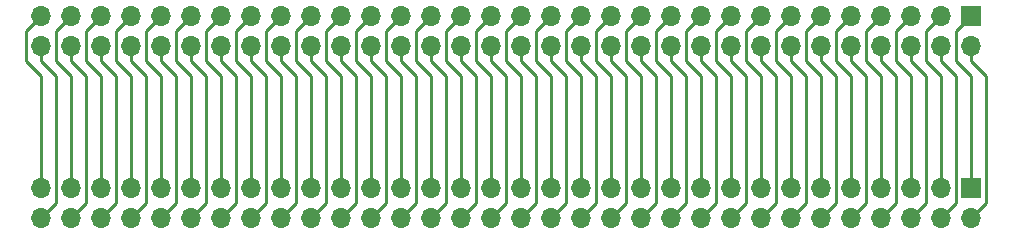
<source format=gbr>
%TF.GenerationSoftware,KiCad,Pcbnew,7.0.1*%
%TF.CreationDate,2023-09-10T19:43:46+01:00*%
%TF.ProjectId,Bridge,42726964-6765-42e6-9b69-6361645f7063,rev?*%
%TF.SameCoordinates,Original*%
%TF.FileFunction,Copper,L2,Bot*%
%TF.FilePolarity,Positive*%
%FSLAX46Y46*%
G04 Gerber Fmt 4.6, Leading zero omitted, Abs format (unit mm)*
G04 Created by KiCad (PCBNEW 7.0.1) date 2023-09-10 19:43:46*
%MOMM*%
%LPD*%
G01*
G04 APERTURE LIST*
%TA.AperFunction,ComponentPad*%
%ADD10R,1.700000X1.700000*%
%TD*%
%TA.AperFunction,ComponentPad*%
%ADD11O,1.700000X1.700000*%
%TD*%
%TA.AperFunction,Conductor*%
%ADD12C,0.250000*%
%TD*%
G04 APERTURE END LIST*
D10*
%TO.P,J2,1,Pin_1*%
%TO.N,/1*%
X143510000Y-57785000D03*
D11*
%TO.P,J2,2,Pin_2*%
%TO.N,/2*%
X143510000Y-60325000D03*
%TO.P,J2,3,Pin_3*%
%TO.N,/3*%
X140970000Y-57785000D03*
%TO.P,J2,4,Pin_4*%
%TO.N,/4*%
X140970000Y-60325000D03*
%TO.P,J2,5,Pin_5*%
%TO.N,/5*%
X138430000Y-57785000D03*
%TO.P,J2,6,Pin_6*%
%TO.N,/6*%
X138430000Y-60325000D03*
%TO.P,J2,7,Pin_7*%
%TO.N,/7*%
X135890000Y-57785000D03*
%TO.P,J2,8,Pin_8*%
%TO.N,/8*%
X135890000Y-60325000D03*
%TO.P,J2,9,Pin_9*%
%TO.N,/9*%
X133350000Y-57785000D03*
%TO.P,J2,10,Pin_10*%
%TO.N,/10*%
X133350000Y-60325000D03*
%TO.P,J2,11,Pin_11*%
%TO.N,/11*%
X130810000Y-57785000D03*
%TO.P,J2,12,Pin_12*%
%TO.N,/12*%
X130810000Y-60325000D03*
%TO.P,J2,13,Pin_13*%
%TO.N,/13*%
X128270000Y-57785000D03*
%TO.P,J2,14,Pin_14*%
%TO.N,/14*%
X128270000Y-60325000D03*
%TO.P,J2,15,Pin_15*%
%TO.N,/15*%
X125730000Y-57785000D03*
%TO.P,J2,16,Pin_16*%
%TO.N,/16*%
X125730000Y-60325000D03*
%TO.P,J2,17,Pin_17*%
%TO.N,/17*%
X123190000Y-57785000D03*
%TO.P,J2,18,Pin_18*%
%TO.N,/18*%
X123190000Y-60325000D03*
%TO.P,J2,19,Pin_19*%
%TO.N,/19*%
X120650000Y-57785000D03*
%TO.P,J2,20,Pin_20*%
%TO.N,/20*%
X120650000Y-60325000D03*
%TO.P,J2,21,Pin_21*%
%TO.N,/21*%
X118110000Y-57785000D03*
%TO.P,J2,22,Pin_22*%
%TO.N,/22*%
X118110000Y-60325000D03*
%TO.P,J2,23,Pin_23*%
%TO.N,/23*%
X115570000Y-57785000D03*
%TO.P,J2,24,Pin_24*%
%TO.N,/24*%
X115570000Y-60325000D03*
%TO.P,J2,25,Pin_25*%
%TO.N,/25*%
X113030000Y-57785000D03*
%TO.P,J2,26,Pin_26*%
%TO.N,/26*%
X113030000Y-60325000D03*
%TO.P,J2,27,Pin_27*%
%TO.N,/27*%
X110490000Y-57785000D03*
%TO.P,J2,28,Pin_28*%
%TO.N,/28*%
X110490000Y-60325000D03*
%TO.P,J2,29,Pin_29*%
%TO.N,/29*%
X107950000Y-57785000D03*
%TO.P,J2,30,Pin_30*%
%TO.N,/30*%
X107950000Y-60325000D03*
%TO.P,J2,31,Pin_31*%
%TO.N,/31*%
X105410000Y-57785000D03*
%TO.P,J2,32,Pin_32*%
%TO.N,/32*%
X105410000Y-60325000D03*
%TO.P,J2,33,Pin_33*%
%TO.N,/33*%
X102870000Y-57785000D03*
%TO.P,J2,34,Pin_34*%
%TO.N,/34*%
X102870000Y-60325000D03*
%TO.P,J2,35,Pin_35*%
%TO.N,/35*%
X100330000Y-57785000D03*
%TO.P,J2,36,Pin_36*%
%TO.N,/36*%
X100330000Y-60325000D03*
%TO.P,J2,37,Pin_37*%
%TO.N,/37*%
X97790000Y-57785000D03*
%TO.P,J2,38,Pin_38*%
%TO.N,/38*%
X97790000Y-60325000D03*
%TO.P,J2,39,Pin_39*%
%TO.N,/39*%
X95250000Y-57785000D03*
%TO.P,J2,40,Pin_40*%
%TO.N,/40*%
X95250000Y-60325000D03*
%TO.P,J2,41,Pin_41*%
%TO.N,/41*%
X92710000Y-57785000D03*
%TO.P,J2,42,Pin_42*%
%TO.N,/42*%
X92710000Y-60325000D03*
%TO.P,J2,43,Pin_43*%
%TO.N,/43*%
X90170000Y-57785000D03*
%TO.P,J2,44,Pin_44*%
%TO.N,/44*%
X90170000Y-60325000D03*
%TO.P,J2,45,Pin_45*%
%TO.N,/45*%
X87630000Y-57785000D03*
%TO.P,J2,46,Pin_46*%
%TO.N,/46*%
X87630000Y-60325000D03*
%TO.P,J2,47,Pin_47*%
%TO.N,/47*%
X85090000Y-57785000D03*
%TO.P,J2,48,Pin_48*%
%TO.N,/48*%
X85090000Y-60325000D03*
%TO.P,J2,49,Pin_49*%
%TO.N,/49*%
X82550000Y-57785000D03*
%TO.P,J2,50,Pin_50*%
%TO.N,/50*%
X82550000Y-60325000D03*
%TO.P,J2,51,Pin_51*%
%TO.N,/51*%
X80010000Y-57785000D03*
%TO.P,J2,52,Pin_52*%
%TO.N,/52*%
X80010000Y-60325000D03*
%TO.P,J2,53,Pin_53*%
%TO.N,/53*%
X77470000Y-57785000D03*
%TO.P,J2,54,Pin_54*%
%TO.N,/54*%
X77470000Y-60325000D03*
%TO.P,J2,55,Pin_55*%
%TO.N,/55*%
X74930000Y-57785000D03*
%TO.P,J2,56,Pin_56*%
%TO.N,/56*%
X74930000Y-60325000D03*
%TO.P,J2,57,Pin_57*%
%TO.N,/57*%
X72390000Y-57785000D03*
%TO.P,J2,58,Pin_58*%
%TO.N,/58*%
X72390000Y-60325000D03*
%TO.P,J2,59,Pin_59*%
%TO.N,/59*%
X69850000Y-57785000D03*
%TO.P,J2,60,Pin_60*%
%TO.N,/60*%
X69850000Y-60325000D03*
%TO.P,J2,61,Pin_61*%
%TO.N,/61*%
X67310000Y-57785000D03*
%TO.P,J2,62,Pin_62*%
%TO.N,/62*%
X67310000Y-60325000D03*
%TO.P,J2,63,Pin_63*%
%TO.N,/63*%
X64770000Y-57785000D03*
%TO.P,J2,64,Pin_64*%
%TO.N,/64*%
X64770000Y-60325000D03*
%TD*%
D10*
%TO.P,J1,1,Pin_1*%
%TO.N,/1*%
X143510000Y-43180000D03*
D11*
%TO.P,J1,2,Pin_2*%
%TO.N,/2*%
X143510000Y-45720000D03*
%TO.P,J1,3,Pin_3*%
%TO.N,/3*%
X140970000Y-43180000D03*
%TO.P,J1,4,Pin_4*%
%TO.N,/4*%
X140970000Y-45720000D03*
%TO.P,J1,5,Pin_5*%
%TO.N,/5*%
X138430000Y-43180000D03*
%TO.P,J1,6,Pin_6*%
%TO.N,/6*%
X138430000Y-45720000D03*
%TO.P,J1,7,Pin_7*%
%TO.N,/7*%
X135890000Y-43180000D03*
%TO.P,J1,8,Pin_8*%
%TO.N,/8*%
X135890000Y-45720000D03*
%TO.P,J1,9,Pin_9*%
%TO.N,/9*%
X133350000Y-43180000D03*
%TO.P,J1,10,Pin_10*%
%TO.N,/10*%
X133350000Y-45720000D03*
%TO.P,J1,11,Pin_11*%
%TO.N,/11*%
X130810000Y-43180000D03*
%TO.P,J1,12,Pin_12*%
%TO.N,/12*%
X130810000Y-45720000D03*
%TO.P,J1,13,Pin_13*%
%TO.N,/13*%
X128270000Y-43180000D03*
%TO.P,J1,14,Pin_14*%
%TO.N,/14*%
X128270000Y-45720000D03*
%TO.P,J1,15,Pin_15*%
%TO.N,/15*%
X125730000Y-43180000D03*
%TO.P,J1,16,Pin_16*%
%TO.N,/16*%
X125730000Y-45720000D03*
%TO.P,J1,17,Pin_17*%
%TO.N,/17*%
X123190000Y-43180000D03*
%TO.P,J1,18,Pin_18*%
%TO.N,/18*%
X123190000Y-45720000D03*
%TO.P,J1,19,Pin_19*%
%TO.N,/19*%
X120650000Y-43180000D03*
%TO.P,J1,20,Pin_20*%
%TO.N,/20*%
X120650000Y-45720000D03*
%TO.P,J1,21,Pin_21*%
%TO.N,/21*%
X118110000Y-43180000D03*
%TO.P,J1,22,Pin_22*%
%TO.N,/22*%
X118110000Y-45720000D03*
%TO.P,J1,23,Pin_23*%
%TO.N,/23*%
X115570000Y-43180000D03*
%TO.P,J1,24,Pin_24*%
%TO.N,/24*%
X115570000Y-45720000D03*
%TO.P,J1,25,Pin_25*%
%TO.N,/25*%
X113030000Y-43180000D03*
%TO.P,J1,26,Pin_26*%
%TO.N,/26*%
X113030000Y-45720000D03*
%TO.P,J1,27,Pin_27*%
%TO.N,/27*%
X110490000Y-43180000D03*
%TO.P,J1,28,Pin_28*%
%TO.N,/28*%
X110490000Y-45720000D03*
%TO.P,J1,29,Pin_29*%
%TO.N,/29*%
X107950000Y-43180000D03*
%TO.P,J1,30,Pin_30*%
%TO.N,/30*%
X107950000Y-45720000D03*
%TO.P,J1,31,Pin_31*%
%TO.N,/31*%
X105410000Y-43180000D03*
%TO.P,J1,32,Pin_32*%
%TO.N,/32*%
X105410000Y-45720000D03*
%TO.P,J1,33,Pin_33*%
%TO.N,/33*%
X102870000Y-43180000D03*
%TO.P,J1,34,Pin_34*%
%TO.N,/34*%
X102870000Y-45720000D03*
%TO.P,J1,35,Pin_35*%
%TO.N,/35*%
X100330000Y-43180000D03*
%TO.P,J1,36,Pin_36*%
%TO.N,/36*%
X100330000Y-45720000D03*
%TO.P,J1,37,Pin_37*%
%TO.N,/37*%
X97790000Y-43180000D03*
%TO.P,J1,38,Pin_38*%
%TO.N,/38*%
X97790000Y-45720000D03*
%TO.P,J1,39,Pin_39*%
%TO.N,/39*%
X95250000Y-43180000D03*
%TO.P,J1,40,Pin_40*%
%TO.N,/40*%
X95250000Y-45720000D03*
%TO.P,J1,41,Pin_41*%
%TO.N,/41*%
X92710000Y-43180000D03*
%TO.P,J1,42,Pin_42*%
%TO.N,/42*%
X92710000Y-45720000D03*
%TO.P,J1,43,Pin_43*%
%TO.N,/43*%
X90170000Y-43180000D03*
%TO.P,J1,44,Pin_44*%
%TO.N,/44*%
X90170000Y-45720000D03*
%TO.P,J1,45,Pin_45*%
%TO.N,/45*%
X87630000Y-43180000D03*
%TO.P,J1,46,Pin_46*%
%TO.N,/46*%
X87630000Y-45720000D03*
%TO.P,J1,47,Pin_47*%
%TO.N,/47*%
X85090000Y-43180000D03*
%TO.P,J1,48,Pin_48*%
%TO.N,/48*%
X85090000Y-45720000D03*
%TO.P,J1,49,Pin_49*%
%TO.N,/49*%
X82550000Y-43180000D03*
%TO.P,J1,50,Pin_50*%
%TO.N,/50*%
X82550000Y-45720000D03*
%TO.P,J1,51,Pin_51*%
%TO.N,/51*%
X80010000Y-43180000D03*
%TO.P,J1,52,Pin_52*%
%TO.N,/52*%
X80010000Y-45720000D03*
%TO.P,J1,53,Pin_53*%
%TO.N,/53*%
X77470000Y-43180000D03*
%TO.P,J1,54,Pin_54*%
%TO.N,/54*%
X77470000Y-45720000D03*
%TO.P,J1,55,Pin_55*%
%TO.N,/55*%
X74930000Y-43180000D03*
%TO.P,J1,56,Pin_56*%
%TO.N,/56*%
X74930000Y-45720000D03*
%TO.P,J1,57,Pin_57*%
%TO.N,/57*%
X72390000Y-43180000D03*
%TO.P,J1,58,Pin_58*%
%TO.N,/58*%
X72390000Y-45720000D03*
%TO.P,J1,59,Pin_59*%
%TO.N,/59*%
X69850000Y-43180000D03*
%TO.P,J1,60,Pin_60*%
%TO.N,/60*%
X69850000Y-45720000D03*
%TO.P,J1,61,Pin_61*%
%TO.N,/61*%
X67310000Y-43180000D03*
%TO.P,J1,62,Pin_62*%
%TO.N,/62*%
X67310000Y-45720000D03*
%TO.P,J1,63,Pin_63*%
%TO.N,/63*%
X64770000Y-43180000D03*
%TO.P,J1,64,Pin_64*%
%TO.N,/64*%
X64770000Y-45720000D03*
%TD*%
D12*
%TO.N,/2*%
X144780000Y-48260000D02*
X144780000Y-59055000D01*
X144780000Y-59055000D02*
X143510000Y-60325000D01*
%TO.N,/4*%
X142240000Y-59055000D02*
X140970000Y-60325000D01*
X142240000Y-48260000D02*
X142240000Y-59055000D01*
%TO.N,/6*%
X139700000Y-48260000D02*
X139700000Y-59055000D01*
X139700000Y-59055000D02*
X138430000Y-60325000D01*
%TO.N,/8*%
X137160000Y-59055000D02*
X135890000Y-60325000D01*
X137160000Y-48260000D02*
X137160000Y-59055000D01*
%TO.N,/10*%
X134620000Y-48260000D02*
X134620000Y-59055000D01*
X134620000Y-59055000D02*
X133350000Y-60325000D01*
%TO.N,/12*%
X132080000Y-59055000D02*
X130810000Y-60325000D01*
X132080000Y-48260000D02*
X132080000Y-59055000D01*
%TO.N,/14*%
X129540000Y-48260000D02*
X129540000Y-59055000D01*
X129540000Y-59055000D02*
X128270000Y-60325000D01*
%TO.N,/16*%
X127000000Y-59055000D02*
X125730000Y-60325000D01*
X127000000Y-48260000D02*
X127000000Y-59055000D01*
%TO.N,/18*%
X124460000Y-48260000D02*
X124460000Y-59055000D01*
X124460000Y-59055000D02*
X123190000Y-60325000D01*
%TO.N,/20*%
X121920000Y-59055000D02*
X120650000Y-60325000D01*
X121920000Y-48260000D02*
X121920000Y-59055000D01*
%TO.N,/22*%
X119380000Y-48260000D02*
X119380000Y-59055000D01*
X119380000Y-59055000D02*
X118110000Y-60325000D01*
%TO.N,/24*%
X116840000Y-59055000D02*
X115570000Y-60325000D01*
X116840000Y-48260000D02*
X116840000Y-59055000D01*
%TO.N,/26*%
X114300000Y-48260000D02*
X114300000Y-59055000D01*
X114300000Y-59055000D02*
X113030000Y-60325000D01*
%TO.N,/28*%
X111760000Y-59055000D02*
X110490000Y-60325000D01*
X111760000Y-48260000D02*
X111760000Y-59055000D01*
%TO.N,/30*%
X109220000Y-48260000D02*
X109220000Y-59055000D01*
X109220000Y-59055000D02*
X107950000Y-60325000D01*
%TO.N,/32*%
X106680000Y-59055000D02*
X105410000Y-60325000D01*
X106680000Y-48260000D02*
X106680000Y-59055000D01*
%TO.N,/34*%
X104140000Y-48260000D02*
X104140000Y-59055000D01*
X104140000Y-59055000D02*
X102870000Y-60325000D01*
%TO.N,/36*%
X101600000Y-59055000D02*
X100330000Y-60325000D01*
X101600000Y-48260000D02*
X101600000Y-59055000D01*
%TO.N,/38*%
X99060000Y-48260000D02*
X99060000Y-59055000D01*
X99060000Y-59055000D02*
X97790000Y-60325000D01*
%TO.N,/40*%
X96520000Y-59055000D02*
X95250000Y-60325000D01*
X96520000Y-48260000D02*
X96520000Y-59055000D01*
%TO.N,/42*%
X93980000Y-48260000D02*
X93980000Y-59055000D01*
X93980000Y-59055000D02*
X92710000Y-60325000D01*
%TO.N,/44*%
X91440000Y-59055000D02*
X90170000Y-60325000D01*
X91440000Y-48260000D02*
X91440000Y-59055000D01*
%TO.N,/46*%
X88900000Y-48260000D02*
X88900000Y-59055000D01*
X88900000Y-59055000D02*
X87630000Y-60325000D01*
%TO.N,/48*%
X86360000Y-59055000D02*
X85090000Y-60325000D01*
X86360000Y-48260000D02*
X86360000Y-59055000D01*
%TO.N,/50*%
X83820000Y-48260000D02*
X83820000Y-59055000D01*
X83820000Y-59055000D02*
X82550000Y-60325000D01*
%TO.N,/52*%
X81280000Y-59055000D02*
X80010000Y-60325000D01*
X81280000Y-48260000D02*
X81280000Y-59055000D01*
%TO.N,/54*%
X78740000Y-48260000D02*
X78740000Y-59055000D01*
X78740000Y-59055000D02*
X77470000Y-60325000D01*
%TO.N,/56*%
X76200000Y-59055000D02*
X74930000Y-60325000D01*
X76200000Y-48260000D02*
X76200000Y-59055000D01*
%TO.N,/58*%
X73660000Y-48260000D02*
X73660000Y-59055000D01*
X73660000Y-59055000D02*
X72390000Y-60325000D01*
%TO.N,/60*%
X71120000Y-59055000D02*
X69850000Y-60325000D01*
X71120000Y-48260000D02*
X71120000Y-59055000D01*
%TO.N,/62*%
X68580000Y-59055000D02*
X67310000Y-60325000D01*
X68580000Y-48260000D02*
X68580000Y-59055000D01*
%TO.N,/64*%
X66040000Y-59055000D02*
X64770000Y-60325000D01*
X66040000Y-48260000D02*
X66040000Y-59055000D01*
%TO.N,/5*%
X138430000Y-48260000D02*
X138430000Y-57785000D01*
%TO.N,/7*%
X135890000Y-48260000D02*
X135890000Y-57785000D01*
%TO.N,/3*%
X140970000Y-48260000D02*
X140970000Y-57785000D01*
%TO.N,/1*%
X143510000Y-48260000D02*
X143510000Y-57785000D01*
%TO.N,/13*%
X128270000Y-48260000D02*
X128270000Y-57785000D01*
%TO.N,/15*%
X125730000Y-48260000D02*
X125730000Y-57785000D01*
%TO.N,/11*%
X130810000Y-48260000D02*
X130810000Y-57785000D01*
%TO.N,/9*%
X133350000Y-48260000D02*
X133350000Y-57785000D01*
%TO.N,/21*%
X118110000Y-48260000D02*
X118110000Y-57785000D01*
%TO.N,/23*%
X115570000Y-48260000D02*
X115570000Y-57785000D01*
%TO.N,/19*%
X120650000Y-48260000D02*
X120650000Y-57785000D01*
%TO.N,/17*%
X123190000Y-48260000D02*
X123190000Y-57785000D01*
%TO.N,/29*%
X107950000Y-48260000D02*
X107950000Y-57785000D01*
%TO.N,/31*%
X105410000Y-48260000D02*
X105410000Y-57785000D01*
%TO.N,/27*%
X110490000Y-48260000D02*
X110490000Y-57785000D01*
%TO.N,/25*%
X113030000Y-48260000D02*
X113030000Y-57785000D01*
%TO.N,/37*%
X97790000Y-48260000D02*
X97790000Y-57785000D01*
%TO.N,/39*%
X95250000Y-48260000D02*
X95250000Y-57785000D01*
%TO.N,/35*%
X100330000Y-48260000D02*
X100330000Y-57785000D01*
%TO.N,/33*%
X102870000Y-48260000D02*
X102870000Y-57785000D01*
%TO.N,/45*%
X87630000Y-48260000D02*
X87630000Y-57785000D01*
%TO.N,/47*%
X85090000Y-48260000D02*
X85090000Y-57785000D01*
%TO.N,/43*%
X90170000Y-48260000D02*
X90170000Y-57785000D01*
%TO.N,/41*%
X92710000Y-48260000D02*
X92710000Y-57785000D01*
%TO.N,/53*%
X77470000Y-48260000D02*
X77470000Y-57785000D01*
%TO.N,/55*%
X74930000Y-48260000D02*
X74930000Y-57785000D01*
%TO.N,/51*%
X80010000Y-48260000D02*
X80010000Y-57785000D01*
%TO.N,/49*%
X82550000Y-48260000D02*
X82550000Y-57785000D01*
%TO.N,/57*%
X72390000Y-48260000D02*
X72390000Y-57785000D01*
%TO.N,/59*%
X69850000Y-48260000D02*
X69850000Y-57785000D01*
%TO.N,/61*%
X67310000Y-48260000D02*
X67310000Y-57785000D01*
%TO.N,/63*%
X64770000Y-48260000D02*
X64770000Y-57785000D01*
%TO.N,/1*%
X142240000Y-44450000D02*
X143510000Y-43180000D01*
X143510000Y-48260000D02*
X142240000Y-46990000D01*
X142240000Y-46990000D02*
X142240000Y-44450000D01*
%TO.N,/2*%
X143510000Y-46990000D02*
X143510000Y-45720000D01*
X144780000Y-48260000D02*
X143510000Y-46990000D01*
%TO.N,/3*%
X139700000Y-46990000D02*
X139700000Y-44450000D01*
X140970000Y-48260000D02*
X139700000Y-46990000D01*
X139700000Y-44450000D02*
X140970000Y-43180000D01*
%TO.N,/4*%
X142240000Y-48260000D02*
X140970000Y-46990000D01*
X140970000Y-46990000D02*
X140970000Y-45720000D01*
%TO.N,/5*%
X137160000Y-44450000D02*
X138430000Y-43180000D01*
X138430000Y-48260000D02*
X137160000Y-46990000D01*
X137160000Y-46990000D02*
X137160000Y-44450000D01*
%TO.N,/6*%
X138430000Y-46990000D02*
X139700000Y-48260000D01*
X138430000Y-45720000D02*
X138430000Y-46990000D01*
%TO.N,/7*%
X134620000Y-46990000D02*
X134620000Y-44450000D01*
X135890000Y-48260000D02*
X134620000Y-46990000D01*
X134620000Y-44450000D02*
X135890000Y-43180000D01*
%TO.N,/8*%
X135890000Y-46990000D02*
X135890000Y-45720000D01*
X137160000Y-48260000D02*
X135890000Y-46990000D01*
%TO.N,/9*%
X133350000Y-48260000D02*
X132080000Y-46990000D01*
X132080000Y-46990000D02*
X132080000Y-44450000D01*
X132080000Y-44450000D02*
X133350000Y-43180000D01*
%TO.N,/10*%
X133350000Y-45720000D02*
X133350000Y-46990000D01*
X133350000Y-46990000D02*
X134620000Y-48260000D01*
%TO.N,/11*%
X129540000Y-46990000D02*
X129540000Y-44450000D01*
X130810000Y-48260000D02*
X129540000Y-46990000D01*
X129540000Y-44450000D02*
X130810000Y-43180000D01*
%TO.N,/12*%
X132080000Y-48260000D02*
X130810000Y-46990000D01*
X130810000Y-46990000D02*
X130810000Y-45720000D01*
%TO.N,/13*%
X127000000Y-44450000D02*
X128270000Y-43180000D01*
X127000000Y-46990000D02*
X127000000Y-44450000D01*
X128270000Y-48260000D02*
X127000000Y-46990000D01*
%TO.N,/14*%
X128270000Y-45720000D02*
X128270000Y-46990000D01*
X128270000Y-46990000D02*
X129540000Y-48260000D01*
%TO.N,/15*%
X124460000Y-46990000D02*
X124460000Y-44450000D01*
X124460000Y-44450000D02*
X125730000Y-43180000D01*
X125730000Y-48260000D02*
X124460000Y-46990000D01*
%TO.N,/16*%
X125730000Y-46990000D02*
X125730000Y-45720000D01*
X127000000Y-48260000D02*
X125730000Y-46990000D01*
%TO.N,/17*%
X121920000Y-46990000D02*
X121920000Y-44450000D01*
X121920000Y-44450000D02*
X123190000Y-43180000D01*
X123190000Y-48260000D02*
X121920000Y-46990000D01*
%TO.N,/18*%
X123190000Y-46990000D02*
X124460000Y-48260000D01*
X123190000Y-45720000D02*
X123190000Y-46990000D01*
%TO.N,/19*%
X120650000Y-43180000D02*
X119380000Y-44450000D01*
X119380000Y-44450000D02*
X119380000Y-46990000D01*
X119380000Y-46990000D02*
X120650000Y-48260000D01*
%TO.N,/20*%
X120650000Y-46990000D02*
X120650000Y-45720000D01*
X121920000Y-48260000D02*
X120650000Y-46990000D01*
%TO.N,/21*%
X116840000Y-44450000D02*
X118110000Y-43180000D01*
X118110000Y-48260000D02*
X116840000Y-46990000D01*
X116840000Y-46990000D02*
X116840000Y-44450000D01*
%TO.N,/22*%
X118110000Y-46990000D02*
X119380000Y-48260000D01*
X118110000Y-45720000D02*
X118110000Y-46990000D01*
%TO.N,/23*%
X115570000Y-48260000D02*
X114300000Y-46990000D01*
X114300000Y-44450000D02*
X115570000Y-43180000D01*
X114300000Y-46990000D02*
X114300000Y-44450000D01*
%TO.N,/24*%
X115570000Y-46990000D02*
X115570000Y-45720000D01*
X116840000Y-48260000D02*
X115570000Y-46990000D01*
%TO.N,/25*%
X113030000Y-43180000D02*
X111760000Y-44450000D01*
X111760000Y-46990000D02*
X113030000Y-48260000D01*
X111760000Y-44450000D02*
X111760000Y-46990000D01*
%TO.N,/26*%
X113030000Y-45720000D02*
X113030000Y-46990000D01*
X113030000Y-46990000D02*
X114300000Y-48260000D01*
%TO.N,/27*%
X110490000Y-48260000D02*
X109220000Y-46990000D01*
X109220000Y-44450000D02*
X110490000Y-43180000D01*
X109220000Y-46990000D02*
X109220000Y-44450000D01*
%TO.N,/28*%
X111760000Y-48260000D02*
X110490000Y-46990000D01*
X110490000Y-46990000D02*
X110490000Y-45720000D01*
%TO.N,/29*%
X106680000Y-44450000D02*
X107950000Y-43180000D01*
X106680000Y-46990000D02*
X106680000Y-44450000D01*
X107950000Y-48260000D02*
X106680000Y-46990000D01*
%TO.N,/30*%
X107950000Y-45720000D02*
X107950000Y-46990000D01*
X107950000Y-46990000D02*
X109220000Y-48260000D01*
%TO.N,/31*%
X104140000Y-44450000D02*
X104140000Y-46990000D01*
X104140000Y-46990000D02*
X105410000Y-48260000D01*
X105410000Y-43180000D02*
X104140000Y-44450000D01*
%TO.N,/32*%
X106680000Y-48260000D02*
X105410000Y-46990000D01*
X105410000Y-46990000D02*
X105410000Y-45720000D01*
%TO.N,/33*%
X102870000Y-48260000D02*
X101600000Y-46990000D01*
X101600000Y-44450000D02*
X102870000Y-43180000D01*
X101600000Y-46990000D02*
X101600000Y-44450000D01*
%TO.N,/34*%
X102870000Y-46990000D02*
X104140000Y-48260000D01*
X102870000Y-45720000D02*
X102870000Y-46990000D01*
%TO.N,/36*%
X100330000Y-46990000D02*
X101600000Y-48260000D01*
X100330000Y-45720000D02*
X100330000Y-46990000D01*
%TO.N,/37*%
X96520000Y-44450000D02*
X97790000Y-43180000D01*
X96520000Y-46990000D02*
X96520000Y-44450000D01*
X97790000Y-48260000D02*
X96520000Y-46990000D01*
%TO.N,/38*%
X97790000Y-46990000D02*
X97790000Y-45720000D01*
X99060000Y-48260000D02*
X97790000Y-46990000D01*
%TO.N,/39*%
X93980000Y-46990000D02*
X95250000Y-48260000D01*
X93980000Y-44450000D02*
X93980000Y-46990000D01*
X95250000Y-43180000D02*
X93980000Y-44450000D01*
%TO.N,/40*%
X95250000Y-45720000D02*
X95250000Y-46990000D01*
X95250000Y-46990000D02*
X96520000Y-48260000D01*
%TO.N,/41*%
X92710000Y-48260000D02*
X91440000Y-46990000D01*
X91440000Y-44450000D02*
X92710000Y-43180000D01*
X91440000Y-46990000D02*
X91440000Y-44450000D01*
%TO.N,/42*%
X92710000Y-45720000D02*
X92710000Y-46990000D01*
X92710000Y-46990000D02*
X93980000Y-48260000D01*
%TO.N,/43*%
X90170000Y-43180000D02*
X88900000Y-44450000D01*
X88900000Y-46990000D02*
X90170000Y-48260000D01*
X88900000Y-44450000D02*
X88900000Y-46990000D01*
%TO.N,/44*%
X91440000Y-48260000D02*
X90170000Y-46990000D01*
X90170000Y-46990000D02*
X90170000Y-45720000D01*
%TO.N,/45*%
X86360000Y-44450000D02*
X86360000Y-46990000D01*
X86360000Y-46990000D02*
X87630000Y-48260000D01*
X87630000Y-43180000D02*
X86360000Y-44450000D01*
%TO.N,/46*%
X87630000Y-46990000D02*
X87630000Y-45720000D01*
X88900000Y-48260000D02*
X87630000Y-46990000D01*
%TO.N,/47*%
X85090000Y-43180000D02*
X83820000Y-44450000D01*
X83820000Y-44450000D02*
X83820000Y-46990000D01*
X83820000Y-46990000D02*
X85090000Y-48260000D01*
%TO.N,/48*%
X85090000Y-46990000D02*
X85090000Y-45720000D01*
X86360000Y-48260000D02*
X85090000Y-46990000D01*
%TO.N,/49*%
X81280000Y-44450000D02*
X82550000Y-43180000D01*
X82550000Y-48260000D02*
X81280000Y-46990000D01*
X81280000Y-46990000D02*
X81280000Y-44450000D01*
%TO.N,/50*%
X82550000Y-46990000D02*
X82550000Y-45720000D01*
X83820000Y-48260000D02*
X82550000Y-46990000D01*
%TO.N,/51*%
X78740000Y-44450000D02*
X80010000Y-43180000D01*
X78740000Y-46990000D02*
X78740000Y-44450000D01*
X80010000Y-48260000D02*
X78740000Y-46990000D01*
%TO.N,/52*%
X80010000Y-46990000D02*
X80010000Y-45720000D01*
X81280000Y-48260000D02*
X80010000Y-46990000D01*
%TO.N,/53*%
X77470000Y-48260000D02*
X76200000Y-46990000D01*
X76200000Y-46990000D02*
X76200000Y-44450000D01*
X76200000Y-44450000D02*
X77470000Y-43180000D01*
%TO.N,/54*%
X77470000Y-46990000D02*
X78740000Y-48260000D01*
X77470000Y-45720000D02*
X77470000Y-46990000D01*
%TO.N,/55*%
X73660000Y-44450000D02*
X74930000Y-43180000D01*
X74930000Y-48260000D02*
X73660000Y-46990000D01*
X73660000Y-46990000D02*
X73660000Y-44450000D01*
%TO.N,/56*%
X76200000Y-48260000D02*
X74930000Y-46990000D01*
X74930000Y-46990000D02*
X74930000Y-45720000D01*
%TO.N,/57*%
X71120000Y-46990000D02*
X71120000Y-44450000D01*
X72390000Y-48260000D02*
X71120000Y-46990000D01*
X71120000Y-44450000D02*
X72390000Y-43180000D01*
%TO.N,/58*%
X72390000Y-46990000D02*
X73660000Y-48260000D01*
X72390000Y-45720000D02*
X72390000Y-46990000D01*
%TO.N,/59*%
X68580000Y-44450000D02*
X69850000Y-43180000D01*
X69850000Y-48260000D02*
X68580000Y-46990000D01*
X68580000Y-46990000D02*
X68580000Y-44450000D01*
%TO.N,/60*%
X69850000Y-46990000D02*
X69850000Y-45720000D01*
X71120000Y-48260000D02*
X69850000Y-46990000D01*
%TO.N,/61*%
X67310000Y-48260000D02*
X66040000Y-46990000D01*
X66040000Y-44450000D02*
X67310000Y-43180000D01*
X66040000Y-46990000D02*
X66040000Y-44450000D01*
%TO.N,/62*%
X67310000Y-46990000D02*
X67310000Y-45720000D01*
X68580000Y-48260000D02*
X67310000Y-46990000D01*
%TO.N,/63*%
X63500000Y-46990000D02*
X63500000Y-44450000D01*
X63500000Y-44450000D02*
X64770000Y-43180000D01*
X64770000Y-48260000D02*
X63500000Y-46990000D01*
%TO.N,/64*%
X64770000Y-46990000D02*
X66040000Y-48260000D01*
X64770000Y-45720000D02*
X64770000Y-46990000D01*
%TO.N,/35*%
X99060000Y-46990000D02*
X99060000Y-44450000D01*
X100330000Y-48260000D02*
X99060000Y-46990000D01*
X99060000Y-44450000D02*
X100330000Y-43180000D01*
%TD*%
M02*

</source>
